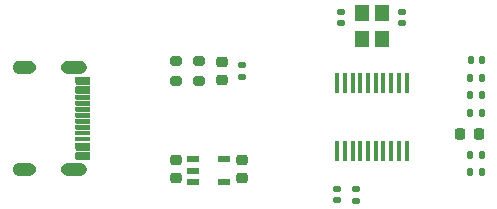
<source format=gtp>
%TF.GenerationSoftware,KiCad,Pcbnew,7.0.10*%
%TF.CreationDate,2024-02-01T10:42:45+08:00*%
%TF.ProjectId,UINIO-USB-Serial,55494e49-4f2d-4555-9342-2d5365726961,Version 1.0.0*%
%TF.SameCoordinates,PX7ba4d50PY51e45b0*%
%TF.FileFunction,Paste,Top*%
%TF.FilePolarity,Positive*%
%FSLAX46Y46*%
G04 Gerber Fmt 4.6, Leading zero omitted, Abs format (unit mm)*
G04 Created by KiCad (PCBNEW 7.0.10) date 2024-02-01 10:42:45*
%MOMM*%
%LPD*%
G01*
G04 APERTURE LIST*
G04 Aperture macros list*
%AMRoundRect*
0 Rectangle with rounded corners*
0 $1 Rounding radius*
0 $2 $3 $4 $5 $6 $7 $8 $9 X,Y pos of 4 corners*
0 Add a 4 corners polygon primitive as box body*
4,1,4,$2,$3,$4,$5,$6,$7,$8,$9,$2,$3,0*
0 Add four circle primitives for the rounded corners*
1,1,$1+$1,$2,$3*
1,1,$1+$1,$4,$5*
1,1,$1+$1,$6,$7*
1,1,$1+$1,$8,$9*
0 Add four rect primitives between the rounded corners*
20,1,$1+$1,$2,$3,$4,$5,0*
20,1,$1+$1,$4,$5,$6,$7,0*
20,1,$1+$1,$6,$7,$8,$9,0*
20,1,$1+$1,$8,$9,$2,$3,0*%
G04 Aperture macros list end*
%ADD10C,0.120000*%
%ADD11RoundRect,0.135000X0.135000X0.185000X-0.135000X0.185000X-0.135000X-0.185000X0.135000X-0.185000X0*%
%ADD12RoundRect,0.225000X0.250000X-0.225000X0.250000X0.225000X-0.250000X0.225000X-0.250000X-0.225000X0*%
%ADD13R,1.000000X0.600000*%
%ADD14RoundRect,0.140000X-0.170000X0.140000X-0.170000X-0.140000X0.170000X-0.140000X0.170000X0.140000X0*%
%ADD15R,1.150000X0.600000*%
%ADD16R,1.150000X0.300000*%
%ADD17O,0.364000X1.742000*%
%ADD18RoundRect,0.218750X0.218750X0.256250X-0.218750X0.256250X-0.218750X-0.256250X0.218750X-0.256250X0*%
%ADD19RoundRect,0.218750X-0.256250X0.218750X-0.256250X-0.218750X0.256250X-0.218750X0.256250X0.218750X0*%
%ADD20RoundRect,0.135000X-0.135000X-0.185000X0.135000X-0.185000X0.135000X0.185000X-0.135000X0.185000X0*%
%ADD21RoundRect,0.140000X-0.140000X-0.170000X0.140000X-0.170000X0.140000X0.170000X-0.140000X0.170000X0*%
%ADD22RoundRect,0.200000X0.275000X-0.200000X0.275000X0.200000X-0.275000X0.200000X-0.275000X-0.200000X0*%
%ADD23RoundRect,0.140000X0.170000X-0.140000X0.170000X0.140000X-0.170000X0.140000X-0.170000X-0.140000X0*%
%ADD24RoundRect,0.135000X-0.185000X0.135000X-0.185000X-0.135000X0.185000X-0.135000X0.185000X0.135000X0*%
%ADD25R,1.200000X1.400000*%
%ADD26RoundRect,0.135000X0.185000X-0.135000X0.185000X0.135000X-0.185000X0.135000X-0.185000X-0.135000X0*%
G04 APERTURE END LIST*
%TO.C,USB1*%
D10*
X4517000Y-11170000D02*
X3367000Y-11170000D01*
X3367000Y-10570000D01*
X4517000Y-10570000D01*
X4517000Y-11170000D01*
G36*
X4517000Y-11170000D02*
G01*
X3367000Y-11170000D01*
X3367000Y-10570000D01*
X4517000Y-10570000D01*
X4517000Y-11170000D01*
G37*
X4517000Y-11970000D02*
X3367000Y-11970000D01*
X3367000Y-11370000D01*
X4517000Y-11370000D01*
X4517000Y-11970000D01*
G36*
X4517000Y-11970000D02*
G01*
X3367000Y-11970000D01*
X3367000Y-11370000D01*
X4517000Y-11370000D01*
X4517000Y-11970000D01*
G37*
X4517000Y-12470000D02*
X3367000Y-12470000D01*
X3367000Y-12170000D01*
X4517000Y-12170000D01*
X4517000Y-12470000D01*
G36*
X4517000Y-12470000D02*
G01*
X3367000Y-12470000D01*
X3367000Y-12170000D01*
X4517000Y-12170000D01*
X4517000Y-12470000D01*
G37*
X4517000Y-12970000D02*
X3367000Y-12970000D01*
X3367000Y-12670000D01*
X4517000Y-12670000D01*
X4517000Y-12970000D01*
G36*
X4517000Y-12970000D02*
G01*
X3367000Y-12970000D01*
X3367000Y-12670000D01*
X4517000Y-12670000D01*
X4517000Y-12970000D01*
G37*
X4517000Y-13470000D02*
X3367000Y-13470000D01*
X3367000Y-13170000D01*
X4517000Y-13170000D01*
X4517000Y-13470000D01*
G36*
X4517000Y-13470000D02*
G01*
X3367000Y-13470000D01*
X3367000Y-13170000D01*
X4517000Y-13170000D01*
X4517000Y-13470000D01*
G37*
X4517000Y-13970000D02*
X3367000Y-13970000D01*
X3367000Y-13670000D01*
X4517000Y-13670000D01*
X4517000Y-13970000D01*
G36*
X4517000Y-13970000D02*
G01*
X3367000Y-13970000D01*
X3367000Y-13670000D01*
X4517000Y-13670000D01*
X4517000Y-13970000D01*
G37*
X4517000Y-14470000D02*
X3367000Y-14470000D01*
X3367000Y-14170000D01*
X4517000Y-14170000D01*
X4517000Y-14470000D01*
G36*
X4517000Y-14470000D02*
G01*
X3367000Y-14470000D01*
X3367000Y-14170000D01*
X4517000Y-14170000D01*
X4517000Y-14470000D01*
G37*
X4517000Y-14970000D02*
X3367000Y-14970000D01*
X3367000Y-14670000D01*
X4517000Y-14670000D01*
X4517000Y-14970000D01*
G36*
X4517000Y-14970000D02*
G01*
X3367000Y-14970000D01*
X3367000Y-14670000D01*
X4517000Y-14670000D01*
X4517000Y-14970000D01*
G37*
X4517000Y-15470000D02*
X3367000Y-15470000D01*
X3367000Y-15170000D01*
X4517000Y-15170000D01*
X4517000Y-15470000D01*
G36*
X4517000Y-15470000D02*
G01*
X3367000Y-15470000D01*
X3367000Y-15170000D01*
X4517000Y-15170000D01*
X4517000Y-15470000D01*
G37*
X4517000Y-15970000D02*
X3367000Y-15970000D01*
X3367000Y-15670000D01*
X4517000Y-15670000D01*
X4517000Y-15970000D01*
G36*
X4517000Y-15970000D02*
G01*
X3367000Y-15970000D01*
X3367000Y-15670000D01*
X4517000Y-15670000D01*
X4517000Y-15970000D01*
G37*
X4517000Y-16770000D02*
X3367000Y-16770000D01*
X3367000Y-16170000D01*
X4517000Y-16170000D01*
X4517000Y-16770000D01*
G36*
X4517000Y-16770000D02*
G01*
X3367000Y-16770000D01*
X3367000Y-16170000D01*
X4517000Y-16170000D01*
X4517000Y-16770000D01*
G37*
X4517000Y-17570000D02*
X3367000Y-17570000D01*
X3367000Y-16970000D01*
X4517000Y-16970000D01*
X4517000Y-17570000D01*
G36*
X4517000Y-17570000D02*
G01*
X3367000Y-17570000D01*
X3367000Y-16970000D01*
X4517000Y-16970000D01*
X4517000Y-17570000D01*
G37*
X3827000Y-9255000D02*
X3921000Y-9283000D01*
X4007000Y-9329000D01*
X4083000Y-9391000D01*
X4145000Y-9467000D01*
X4192000Y-9554000D01*
X4220000Y-9647000D01*
X4230000Y-9745000D01*
X4220000Y-9843000D01*
X4192000Y-9936000D01*
X4145000Y-10023000D01*
X4083000Y-10099000D01*
X4007000Y-10161000D01*
X3921000Y-10207000D01*
X3827000Y-10235000D01*
X3730000Y-10245000D01*
X2630000Y-10245000D01*
X2532000Y-10235000D01*
X2438000Y-10207000D01*
X2352000Y-10161000D01*
X2276000Y-10099000D01*
X2214000Y-10023000D01*
X2168000Y-9936000D01*
X2139000Y-9843000D01*
X2130000Y-9745000D01*
X2139000Y-9647000D01*
X2168000Y-9554000D01*
X2214000Y-9467000D01*
X2276000Y-9391000D01*
X2352000Y-9329000D01*
X2438000Y-9283000D01*
X2532000Y-9255000D01*
X2630000Y-9245000D01*
X3730000Y-9245000D01*
X3827000Y-9255000D01*
G36*
X3827000Y-9255000D02*
G01*
X3921000Y-9283000D01*
X4007000Y-9329000D01*
X4083000Y-9391000D01*
X4145000Y-9467000D01*
X4192000Y-9554000D01*
X4220000Y-9647000D01*
X4230000Y-9745000D01*
X4220000Y-9843000D01*
X4192000Y-9936000D01*
X4145000Y-10023000D01*
X4083000Y-10099000D01*
X4007000Y-10161000D01*
X3921000Y-10207000D01*
X3827000Y-10235000D01*
X3730000Y-10245000D01*
X2630000Y-10245000D01*
X2532000Y-10235000D01*
X2438000Y-10207000D01*
X2352000Y-10161000D01*
X2276000Y-10099000D01*
X2214000Y-10023000D01*
X2168000Y-9936000D01*
X2139000Y-9843000D01*
X2130000Y-9745000D01*
X2139000Y-9647000D01*
X2168000Y-9554000D01*
X2214000Y-9467000D01*
X2276000Y-9391000D01*
X2352000Y-9329000D01*
X2438000Y-9283000D01*
X2532000Y-9255000D01*
X2630000Y-9245000D01*
X3730000Y-9245000D01*
X3827000Y-9255000D01*
G37*
X-473000Y-9255000D02*
X-379000Y-9283000D01*
X-293000Y-9329000D01*
X-217000Y-9391000D01*
X-155000Y-9467000D01*
X-108000Y-9554000D01*
X-80000Y-9647000D01*
X-70000Y-9745000D01*
X-80000Y-9843000D01*
X-108000Y-9936000D01*
X-155000Y-10023000D01*
X-217000Y-10099000D01*
X-293000Y-10161000D01*
X-379000Y-10207000D01*
X-473000Y-10235000D01*
X-570000Y-10245000D01*
X-1470000Y-10245000D01*
X-1568000Y-10235000D01*
X-1662000Y-10207000D01*
X-1748000Y-10161000D01*
X-1824000Y-10099000D01*
X-1886000Y-10023000D01*
X-1932000Y-9936000D01*
X-1961000Y-9843000D01*
X-1970000Y-9745000D01*
X-1961000Y-9647000D01*
X-1932000Y-9554000D01*
X-1886000Y-9467000D01*
X-1824000Y-9391000D01*
X-1748000Y-9329000D01*
X-1662000Y-9283000D01*
X-1568000Y-9255000D01*
X-1470000Y-9245000D01*
X-570000Y-9245000D01*
X-473000Y-9255000D01*
G36*
X-473000Y-9255000D02*
G01*
X-379000Y-9283000D01*
X-293000Y-9329000D01*
X-217000Y-9391000D01*
X-155000Y-9467000D01*
X-108000Y-9554000D01*
X-80000Y-9647000D01*
X-70000Y-9745000D01*
X-80000Y-9843000D01*
X-108000Y-9936000D01*
X-155000Y-10023000D01*
X-217000Y-10099000D01*
X-293000Y-10161000D01*
X-379000Y-10207000D01*
X-473000Y-10235000D01*
X-570000Y-10245000D01*
X-1470000Y-10245000D01*
X-1568000Y-10235000D01*
X-1662000Y-10207000D01*
X-1748000Y-10161000D01*
X-1824000Y-10099000D01*
X-1886000Y-10023000D01*
X-1932000Y-9936000D01*
X-1961000Y-9843000D01*
X-1970000Y-9745000D01*
X-1961000Y-9647000D01*
X-1932000Y-9554000D01*
X-1886000Y-9467000D01*
X-1824000Y-9391000D01*
X-1748000Y-9329000D01*
X-1662000Y-9283000D01*
X-1568000Y-9255000D01*
X-1470000Y-9245000D01*
X-570000Y-9245000D01*
X-473000Y-9255000D01*
G37*
X3827000Y-17905000D02*
X3921000Y-17933000D01*
X4007000Y-17979000D01*
X4083000Y-18041000D01*
X4145000Y-18117000D01*
X4192000Y-18204000D01*
X4220000Y-18297000D01*
X4230000Y-18395000D01*
X4220000Y-18493000D01*
X4192000Y-18586000D01*
X4145000Y-18673000D01*
X4083000Y-18749000D01*
X4007000Y-18811000D01*
X3921000Y-18857000D01*
X3827000Y-18885000D01*
X3730000Y-18895000D01*
X2630000Y-18895000D01*
X2532000Y-18885000D01*
X2438000Y-18857000D01*
X2352000Y-18811000D01*
X2276000Y-18749000D01*
X2214000Y-18673000D01*
X2168000Y-18586000D01*
X2139000Y-18493000D01*
X2130000Y-18395000D01*
X2139000Y-18297000D01*
X2168000Y-18204000D01*
X2214000Y-18117000D01*
X2276000Y-18041000D01*
X2352000Y-17979000D01*
X2438000Y-17933000D01*
X2532000Y-17905000D01*
X2630000Y-17895000D01*
X3730000Y-17895000D01*
X3827000Y-17905000D01*
G36*
X3827000Y-17905000D02*
G01*
X3921000Y-17933000D01*
X4007000Y-17979000D01*
X4083000Y-18041000D01*
X4145000Y-18117000D01*
X4192000Y-18204000D01*
X4220000Y-18297000D01*
X4230000Y-18395000D01*
X4220000Y-18493000D01*
X4192000Y-18586000D01*
X4145000Y-18673000D01*
X4083000Y-18749000D01*
X4007000Y-18811000D01*
X3921000Y-18857000D01*
X3827000Y-18885000D01*
X3730000Y-18895000D01*
X2630000Y-18895000D01*
X2532000Y-18885000D01*
X2438000Y-18857000D01*
X2352000Y-18811000D01*
X2276000Y-18749000D01*
X2214000Y-18673000D01*
X2168000Y-18586000D01*
X2139000Y-18493000D01*
X2130000Y-18395000D01*
X2139000Y-18297000D01*
X2168000Y-18204000D01*
X2214000Y-18117000D01*
X2276000Y-18041000D01*
X2352000Y-17979000D01*
X2438000Y-17933000D01*
X2532000Y-17905000D01*
X2630000Y-17895000D01*
X3730000Y-17895000D01*
X3827000Y-17905000D01*
G37*
X-473000Y-17905000D02*
X-379000Y-17933000D01*
X-293000Y-17979000D01*
X-217000Y-18041000D01*
X-155000Y-18117000D01*
X-108000Y-18204000D01*
X-80000Y-18297000D01*
X-70000Y-18395000D01*
X-80000Y-18493000D01*
X-108000Y-18586000D01*
X-155000Y-18673000D01*
X-217000Y-18749000D01*
X-293000Y-18811000D01*
X-379000Y-18857000D01*
X-473000Y-18885000D01*
X-570000Y-18895000D01*
X-1470000Y-18895000D01*
X-1568000Y-18885000D01*
X-1662000Y-18857000D01*
X-1748000Y-18811000D01*
X-1824000Y-18749000D01*
X-1886000Y-18673000D01*
X-1932000Y-18586000D01*
X-1961000Y-18493000D01*
X-1970000Y-18395000D01*
X-1961000Y-18297000D01*
X-1932000Y-18204000D01*
X-1886000Y-18117000D01*
X-1824000Y-18041000D01*
X-1748000Y-17979000D01*
X-1662000Y-17933000D01*
X-1568000Y-17905000D01*
X-1470000Y-17895000D01*
X-570000Y-17895000D01*
X-473000Y-17905000D01*
G36*
X-473000Y-17905000D02*
G01*
X-379000Y-17933000D01*
X-293000Y-17979000D01*
X-217000Y-18041000D01*
X-155000Y-18117000D01*
X-108000Y-18204000D01*
X-80000Y-18297000D01*
X-70000Y-18395000D01*
X-80000Y-18493000D01*
X-108000Y-18586000D01*
X-155000Y-18673000D01*
X-217000Y-18749000D01*
X-293000Y-18811000D01*
X-379000Y-18857000D01*
X-473000Y-18885000D01*
X-570000Y-18895000D01*
X-1470000Y-18895000D01*
X-1568000Y-18885000D01*
X-1662000Y-18857000D01*
X-1748000Y-18811000D01*
X-1824000Y-18749000D01*
X-1886000Y-18673000D01*
X-1932000Y-18586000D01*
X-1961000Y-18493000D01*
X-1970000Y-18395000D01*
X-1961000Y-18297000D01*
X-1932000Y-18204000D01*
X-1886000Y-18117000D01*
X-1824000Y-18041000D01*
X-1748000Y-17979000D01*
X-1662000Y-17933000D01*
X-1568000Y-17905000D01*
X-1470000Y-17895000D01*
X-570000Y-17895000D01*
X-473000Y-17905000D01*
G37*
%TD*%
D11*
%TO.C,R8*%
X37780000Y-17195000D03*
X36760000Y-17195000D03*
%TD*%
D12*
%TO.C,C5*%
X11855000Y-19190000D03*
X11855000Y-17640000D03*
%TD*%
D13*
%TO.C,U2*%
X13340000Y-17579000D03*
X13340000Y-18529000D03*
X13340000Y-19479000D03*
X15940000Y-19479000D03*
X15940000Y-17579000D03*
%TD*%
D14*
%TO.C,C4*%
X31000000Y-5110000D03*
X31000000Y-6070000D03*
%TD*%
D15*
%TO.C,USB1*%
X3942000Y-10870000D03*
X3942000Y-11670000D03*
D16*
X3942000Y-12820000D03*
X3942000Y-13820000D03*
X3942000Y-14320000D03*
X3942000Y-15320000D03*
D15*
X3942000Y-17270000D03*
X3942000Y-16470000D03*
D16*
X3942000Y-15820000D03*
X3942000Y-14820000D03*
X3942000Y-13320000D03*
X3942000Y-12320000D03*
%TD*%
D11*
%TO.C,R9*%
X37780000Y-18680000D03*
X36760000Y-18680000D03*
%TD*%
D17*
%TO.C,U1*%
X25536833Y-16862000D03*
X26186833Y-16862000D03*
X26836833Y-16862000D03*
X27486833Y-16862000D03*
X28136833Y-16862000D03*
X28786833Y-16862000D03*
X29436833Y-16862000D03*
X30086833Y-16862000D03*
X30736833Y-16862000D03*
X31386833Y-16862000D03*
X31386833Y-11120000D03*
X30736833Y-11120000D03*
X30086833Y-11120000D03*
X29436833Y-11120000D03*
X28786833Y-11120000D03*
X28136833Y-11120000D03*
X27486833Y-11120000D03*
X26836833Y-11120000D03*
X26186833Y-11120000D03*
X25536833Y-11120000D03*
%TD*%
D18*
%TO.C,D1*%
X37507500Y-15410000D03*
X35932500Y-15410000D03*
%TD*%
D14*
%TO.C,C1*%
X25530000Y-20090000D03*
X25530000Y-21050000D03*
%TD*%
D11*
%TO.C,R4*%
X37780000Y-13625000D03*
X36760000Y-13625000D03*
%TD*%
D19*
%TO.C,D2*%
X15748332Y-9320000D03*
X15748332Y-10895000D03*
%TD*%
D20*
%TO.C,R6*%
X36760000Y-12140000D03*
X37780000Y-12140000D03*
%TD*%
D21*
%TO.C,C3*%
X36810000Y-9180000D03*
X37770000Y-9180000D03*
%TD*%
D12*
%TO.C,C6*%
X17425000Y-19190000D03*
X17425000Y-17640000D03*
%TD*%
D20*
%TO.C,R7*%
X36760000Y-10655000D03*
X37780000Y-10655000D03*
%TD*%
D22*
%TO.C,R3*%
X13806666Y-10932500D03*
X13806666Y-9282500D03*
%TD*%
D23*
%TO.C,C2*%
X25880000Y-6070000D03*
X25880000Y-5110000D03*
%TD*%
D24*
%TO.C,R5*%
X17430000Y-9577500D03*
X17430000Y-10597500D03*
%TD*%
D25*
%TO.C,Y1*%
X27590000Y-5180000D03*
X27590000Y-7380000D03*
X29290000Y-7380000D03*
X29290000Y-5180000D03*
%TD*%
D22*
%TO.C,R2*%
X11905000Y-10932500D03*
X11905000Y-9282500D03*
%TD*%
D26*
%TO.C,R1*%
X27120000Y-21090000D03*
X27120000Y-20070000D03*
%TD*%
M02*

</source>
